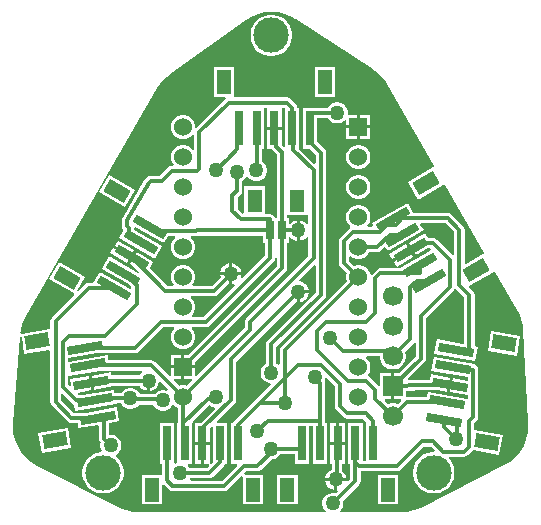
<source format=gbl>
G04*
G04 #@! TF.GenerationSoftware,Altium Limited,Altium Designer,21.6.4 (81)*
G04*
G04 Layer_Physical_Order=2*
G04 Layer_Color=16711680*
%FSLAX44Y44*%
%MOMM*%
G71*
G04*
G04 #@! TF.SameCoordinates,DF212875-D8BF-4E07-B13E-23ADC2DC1FEB*
G04*
G04*
G04 #@! TF.FilePolarity,Positive*
G04*
G01*
G75*
%ADD17R,0.7112X2.9972*%
%ADD23R,1.1938X2.0066*%
%ADD24C,0.3556*%
%ADD25C,1.5240*%
%ADD26R,1.5240X1.5240*%
%ADD27C,1.7000*%
%ADD28R,1.7000X1.7000*%
%ADD29C,3.0000*%
%ADD30C,1.2700*%
%ADD31C,0.3556*%
G04:AMPARAMS|DCode=32|XSize=0.7112mm|YSize=2.9972mm|CornerRadius=0mm|HoleSize=0mm|Usage=FLASHONLY|Rotation=240.000|XOffset=0mm|YOffset=0mm|HoleType=Round|Shape=Rectangle|*
%AMROTATEDRECTD32*
4,1,4,-1.1200,1.0573,1.4756,-0.4413,1.1200,-1.0573,-1.4756,0.4413,-1.1200,1.0573,0.0*
%
%ADD32ROTATEDRECTD32*%

G04:AMPARAMS|DCode=33|XSize=2.0066mm|YSize=1.1938mm|CornerRadius=0mm|HoleSize=0mm|Usage=FLASHONLY|Rotation=150.000|XOffset=0mm|YOffset=0mm|HoleType=Round|Shape=Rectangle|*
%AMROTATEDRECTD33*
4,1,4,1.1673,0.0153,0.5704,-1.0186,-1.1673,-0.0153,-0.5704,1.0186,1.1673,0.0153,0.0*
%
%ADD33ROTATEDRECTD33*%

G04:AMPARAMS|DCode=34|XSize=0.7112mm|YSize=2.9972mm|CornerRadius=0mm|HoleSize=0mm|Usage=FLASHONLY|Rotation=280.000|XOffset=0mm|YOffset=0mm|HoleType=Round|Shape=Rectangle|*
%AMROTATEDRECTD34*
4,1,4,-1.5376,0.0900,1.4141,0.6104,1.5376,-0.0900,-1.4141,-0.6104,-1.5376,0.0900,0.0*
%
%ADD34ROTATEDRECTD34*%

G04:AMPARAMS|DCode=35|XSize=2.0066mm|YSize=1.1938mm|CornerRadius=0mm|HoleSize=0mm|Usage=FLASHONLY|Rotation=190.000|XOffset=0mm|YOffset=0mm|HoleType=Round|Shape=Rectangle|*
%AMROTATEDRECTD35*
4,1,4,0.8844,0.7621,1.0917,-0.4136,-0.8844,-0.7621,-1.0917,0.4136,0.8844,0.7621,0.0*
%
%ADD35ROTATEDRECTD35*%

G04:AMPARAMS|DCode=36|XSize=2.0066mm|YSize=1.1938mm|CornerRadius=0mm|HoleSize=0mm|Usage=FLASHONLY|Rotation=30.000|XOffset=0mm|YOffset=0mm|HoleType=Round|Shape=Rectangle|*
%AMROTATEDRECTD36*
4,1,4,-0.5704,-1.0186,-1.1673,0.0153,0.5704,1.0186,1.1673,-0.0153,-0.5704,-1.0186,0.0*
%
%ADD36ROTATEDRECTD36*%

G04:AMPARAMS|DCode=37|XSize=0.7112mm|YSize=2.9972mm|CornerRadius=0mm|HoleSize=0mm|Usage=FLASHONLY|Rotation=120.000|XOffset=0mm|YOffset=0mm|HoleType=Round|Shape=Rectangle|*
%AMROTATEDRECTD37*
4,1,4,1.4756,0.4413,-1.1200,-1.0573,-1.4756,-0.4413,1.1200,1.0573,1.4756,0.4413,0.0*
%
%ADD37ROTATEDRECTD37*%

G04:AMPARAMS|DCode=38|XSize=0.7112mm|YSize=2.9972mm|CornerRadius=0mm|HoleSize=0mm|Usage=FLASHONLY|Rotation=80.000|XOffset=0mm|YOffset=0mm|HoleType=Round|Shape=Rectangle|*
%AMROTATEDRECTD38*
4,1,4,1.4141,-0.6104,-1.5376,-0.0900,-1.4141,0.6104,1.5376,0.0900,1.4141,-0.6104,0.0*
%
%ADD38ROTATEDRECTD38*%

G04:AMPARAMS|DCode=39|XSize=2.0066mm|YSize=1.1938mm|CornerRadius=0mm|HoleSize=0mm|Usage=FLASHONLY|Rotation=350.000|XOffset=0mm|YOffset=0mm|HoleType=Round|Shape=Rectangle|*
%AMROTATEDRECTD39*
4,1,4,-1.0917,-0.4136,-0.8844,0.7621,1.0917,0.4136,0.8844,-0.7621,-1.0917,-0.4136,0.0*
%
%ADD39ROTATEDRECTD39*%

%ADD40R,0.6604X1.5494*%
%ADD41R,1.2954X1.9050*%
G36*
X808553Y1539691D02*
X814257Y1538322D01*
X819677Y1536077D01*
X823031Y1534021D01*
X823031Y1534021D01*
X823031Y1534021D01*
X823117Y1534040D01*
X888540Y1491493D01*
X888540Y1491492D01*
X888506Y1491440D01*
X890154Y1490430D01*
X894615Y1486620D01*
X898425Y1482160D01*
X900467Y1478827D01*
X900522Y1478858D01*
X940525Y1409572D01*
X939717Y1408430D01*
X918149Y1395978D01*
X926658Y1381240D01*
X948226Y1393692D01*
X948436Y1393813D01*
X949618Y1393821D01*
X983024Y1335960D01*
X982217Y1334819D01*
X967401Y1326264D01*
X966301Y1326900D01*
Y1355598D01*
X965965Y1357283D01*
X965011Y1358711D01*
X955105Y1368617D01*
X953677Y1369572D01*
X951992Y1369907D01*
X922901D01*
X917880Y1378603D01*
X887524Y1361077D01*
X888537Y1359323D01*
X887902Y1358223D01*
X884167D01*
X883641Y1359493D01*
X884430Y1360282D01*
X885768Y1362598D01*
X886460Y1365182D01*
Y1367858D01*
X885768Y1370442D01*
X884430Y1372758D01*
X882538Y1374650D01*
X880222Y1375988D01*
X877638Y1376680D01*
X874962D01*
X872378Y1375988D01*
X870062Y1374650D01*
X868170Y1372758D01*
X866832Y1370442D01*
X866140Y1367858D01*
Y1365182D01*
X866832Y1362598D01*
X868170Y1360282D01*
X869542Y1358910D01*
X869500Y1357439D01*
X869419Y1357300D01*
X868869Y1356933D01*
X861249Y1349313D01*
X860294Y1347885D01*
X859959Y1346200D01*
Y1327658D01*
X860294Y1325973D01*
X861249Y1324545D01*
X866689Y1319105D01*
X866140Y1317058D01*
Y1314382D01*
X866689Y1312335D01*
X810957Y1256603D01*
X810003Y1255175D01*
X809667Y1253490D01*
Y1241781D01*
X808397Y1241255D01*
X807845Y1241808D01*
X806789Y1242418D01*
Y1256746D01*
X847663Y1297621D01*
X847663Y1297621D01*
X848617Y1299049D01*
X848953Y1300734D01*
X848953Y1300734D01*
Y1420650D01*
X848617Y1422335D01*
X847663Y1423763D01*
X841276Y1430150D01*
Y1450255D01*
X850543D01*
X851152Y1449199D01*
X852807Y1447544D01*
X854835Y1446374D01*
X857096Y1445768D01*
X859436D01*
X861697Y1446374D01*
X863725Y1447544D01*
X864870Y1448690D01*
X866140Y1448164D01*
Y1443990D01*
X875030D01*
Y1452880D01*
X867622D01*
X867156Y1453488D01*
Y1455828D01*
X866550Y1458089D01*
X865380Y1460117D01*
X863725Y1461772D01*
X861697Y1462942D01*
X859436Y1463548D01*
X857096D01*
X854835Y1462942D01*
X852807Y1461772D01*
X851152Y1460117D01*
X850543Y1459061D01*
X835180D01*
X834755Y1458976D01*
X829084D01*
Y1423924D01*
X835050D01*
X840147Y1418826D01*
Y1412027D01*
X838974Y1411541D01*
X826276Y1424239D01*
Y1458976D01*
X824582D01*
Y1459089D01*
X824247Y1460774D01*
X823293Y1462202D01*
X819088Y1466407D01*
X817660Y1467361D01*
X815975Y1467697D01*
X772376D01*
X771189Y1467897D01*
X771189Y1468967D01*
Y1493043D01*
X754171D01*
Y1467897D01*
X763657D01*
X764042Y1466627D01*
X763713Y1466407D01*
X739230Y1441924D01*
X737960Y1442450D01*
Y1444058D01*
X737268Y1446642D01*
X735930Y1448958D01*
X734038Y1450850D01*
X731721Y1452188D01*
X729137Y1452880D01*
X726462D01*
X723878Y1452188D01*
X721562Y1450850D01*
X719670Y1448958D01*
X718332Y1446642D01*
X717640Y1444058D01*
Y1441382D01*
X718332Y1438798D01*
X719670Y1436482D01*
X721562Y1434590D01*
X723878Y1433252D01*
X726462Y1432560D01*
X729137D01*
X731721Y1433252D01*
X734038Y1434590D01*
X735930Y1436482D01*
X736007Y1436616D01*
X737277Y1436275D01*
Y1423764D01*
X736007Y1423424D01*
X735930Y1423558D01*
X734038Y1425450D01*
X731721Y1426788D01*
X729137Y1427480D01*
X726462D01*
X723878Y1426788D01*
X721562Y1425450D01*
X719670Y1423558D01*
X718332Y1421242D01*
X717640Y1418658D01*
Y1415982D01*
X718332Y1413398D01*
X719670Y1411082D01*
X719794Y1410958D01*
X719308Y1409785D01*
X718312D01*
X716627Y1409449D01*
X715199Y1408495D01*
X715199Y1408495D01*
X708106Y1401403D01*
X700387D01*
X698702Y1401068D01*
X697273Y1400113D01*
X695495Y1398335D01*
X695175Y1397856D01*
X694796Y1397423D01*
X676643Y1365982D01*
X676550Y1365707D01*
X676388Y1365466D01*
X676276Y1364901D01*
X676091Y1364356D01*
X676110Y1364066D01*
X676053Y1363781D01*
Y1358559D01*
X676388Y1356874D01*
X677333Y1355460D01*
Y1354817D01*
X673804Y1348704D01*
X704160Y1331178D01*
X710256Y1341736D01*
X686559Y1355418D01*
X686139Y1355838D01*
Y1357279D01*
X686103Y1357457D01*
X687236Y1358269D01*
X711660Y1344168D01*
X715131Y1350179D01*
X720739D01*
X721221Y1348909D01*
X719670Y1347358D01*
X718332Y1345042D01*
X717640Y1342458D01*
Y1339782D01*
X718332Y1337198D01*
X719670Y1334882D01*
X721562Y1332990D01*
X723878Y1331652D01*
X726462Y1330960D01*
X729137D01*
X731721Y1331652D01*
X734038Y1332990D01*
X735930Y1334882D01*
X737268Y1337198D01*
X737960Y1339782D01*
Y1342458D01*
X737268Y1345042D01*
X735930Y1347358D01*
X734379Y1348909D01*
X734861Y1350179D01*
X739140D01*
X740825Y1350515D01*
X741084Y1350687D01*
X795528D01*
Y1344803D01*
X796967D01*
Y1333829D01*
X777942Y1314804D01*
X776804Y1315461D01*
X777213Y1316990D01*
X769620D01*
Y1309397D01*
X771149Y1309806D01*
X771806Y1308668D01*
X745161Y1282023D01*
X735667D01*
X735141Y1283293D01*
X735930Y1284082D01*
X737268Y1286398D01*
X737960Y1288982D01*
Y1291658D01*
X737268Y1294242D01*
X735930Y1296558D01*
X734379Y1298109D01*
X734861Y1299379D01*
X753872D01*
X755557Y1299715D01*
X756985Y1300669D01*
X766002Y1309686D01*
X767080Y1309397D01*
Y1316990D01*
X759487D01*
X759776Y1315912D01*
X752048Y1308185D01*
X736292D01*
X735806Y1309358D01*
X735930Y1309482D01*
X737268Y1311798D01*
X737960Y1314382D01*
Y1317058D01*
X737268Y1319642D01*
X735930Y1321958D01*
X734038Y1323850D01*
X731721Y1325188D01*
X729137Y1325880D01*
X726462D01*
X723878Y1325188D01*
X721562Y1323850D01*
X719670Y1321958D01*
X718332Y1319642D01*
X717640Y1317058D01*
Y1314382D01*
X718332Y1311798D01*
X719670Y1309482D01*
X719794Y1309358D01*
X719308Y1308185D01*
X714802D01*
X699639Y1323347D01*
X702756Y1328746D01*
X688678Y1336874D01*
X685630Y1331595D01*
X682582Y1326316D01*
X686453Y1324081D01*
X690685Y1319849D01*
X689912Y1318842D01*
X664900Y1333282D01*
X658804Y1322723D01*
X681812Y1309440D01*
X684198Y1307053D01*
X684125Y1306270D01*
X682859Y1305593D01*
X657400Y1320292D01*
X651835Y1310652D01*
X647881D01*
X647881Y1310652D01*
X646197Y1310317D01*
X644768Y1309362D01*
X638824Y1303418D01*
X637807Y1304198D01*
X644631Y1316016D01*
X622854Y1328589D01*
X614345Y1313851D01*
X635340Y1301730D01*
X635573Y1300167D01*
X616756Y1281350D01*
X615801Y1279921D01*
X615466Y1278237D01*
Y1272833D01*
X615402Y1271659D01*
X615402Y1271659D01*
X591401Y1267427D01*
X590205Y1268408D01*
X590332Y1270029D01*
X591702Y1275733D01*
X593947Y1281153D01*
X594969Y1282822D01*
X594969Y1282822D01*
X594946Y1282908D01*
X706093Y1475421D01*
X706093Y1475421D01*
X706148Y1475389D01*
X708191Y1478722D01*
X712001Y1483183D01*
X716461Y1486993D01*
X716551Y1487048D01*
X716694Y1487112D01*
X780963Y1533131D01*
X781013Y1533185D01*
X785732Y1536077D01*
X791152Y1538322D01*
X796856Y1539691D01*
X802704Y1540151D01*
X808553Y1539691D01*
D02*
G37*
G36*
X814084Y1426462D02*
X812910Y1425976D01*
X811361Y1427526D01*
Y1439672D01*
X811276Y1440097D01*
Y1440180D01*
X805180D01*
X799084D01*
Y1423924D01*
X802953D01*
X803845Y1422589D01*
X806967Y1419466D01*
Y1365377D01*
X805596D01*
X805437Y1366173D01*
X804483Y1367601D01*
X803055Y1368555D01*
X801370Y1368891D01*
X797387D01*
Y1392405D01*
X779353D01*
Y1369890D01*
X778083Y1369363D01*
X774023Y1373424D01*
Y1383144D01*
X776543Y1385665D01*
X777497Y1387093D01*
X777833Y1388778D01*
Y1396897D01*
X778889Y1397506D01*
X780544Y1399161D01*
X781329Y1400522D01*
X782795D01*
X782877Y1400381D01*
X784532Y1398726D01*
X786559Y1397555D01*
X788820Y1396950D01*
X791161D01*
X793422Y1397555D01*
X795449Y1398726D01*
X797104Y1400381D01*
X798275Y1402408D01*
X798880Y1404669D01*
Y1407010D01*
X798275Y1409271D01*
X797104Y1411298D01*
X795449Y1412953D01*
X794488Y1413508D01*
Y1423924D01*
X796276D01*
Y1458891D01*
X799084D01*
Y1442720D01*
X805180D01*
X811276D01*
Y1458891D01*
X814084D01*
Y1426462D01*
D02*
G37*
G36*
X833387Y1368275D02*
X834051Y1367280D01*
Y1360598D01*
X832781Y1360258D01*
X832614Y1360549D01*
X830959Y1362204D01*
X828931Y1363374D01*
X826770Y1363953D01*
Y1355090D01*
Y1346227D01*
X828931Y1346806D01*
X830959Y1347976D01*
X832614Y1349631D01*
X832781Y1349922D01*
X834051Y1349581D01*
Y1333292D01*
X781239Y1280479D01*
X780285Y1279051D01*
X779949Y1277366D01*
Y1272496D01*
X739133Y1231680D01*
X737960Y1232166D01*
Y1238250D01*
X729070D01*
Y1229360D01*
X735154D01*
X735640Y1228187D01*
X731185Y1223731D01*
X729137Y1224280D01*
X726462D01*
X724415Y1223731D01*
X719959Y1228187D01*
X720445Y1229360D01*
X726530D01*
Y1238250D01*
X717640D01*
Y1232166D01*
X716467Y1231680D01*
X704243Y1243903D01*
X702815Y1244857D01*
X701130Y1245193D01*
X664720D01*
X663901Y1249837D01*
X631340Y1244095D01*
X630367Y1244912D01*
Y1246775D01*
X655233Y1251160D01*
X687364D01*
X689049Y1251495D01*
X690477Y1252449D01*
X711246Y1273217D01*
X719933D01*
X720459Y1271947D01*
X719670Y1271158D01*
X718332Y1268842D01*
X717640Y1266258D01*
Y1263582D01*
X718332Y1260998D01*
X719670Y1258682D01*
X721562Y1256790D01*
X723878Y1255452D01*
X726462Y1254760D01*
X729137D01*
X731721Y1255452D01*
X734038Y1256790D01*
X735930Y1258682D01*
X737268Y1260998D01*
X737960Y1263582D01*
Y1266258D01*
X737268Y1268842D01*
X735930Y1271158D01*
X735141Y1271947D01*
X735667Y1273217D01*
X746984D01*
X748669Y1273552D01*
X750098Y1274507D01*
X804483Y1328892D01*
X804483Y1328892D01*
X805437Y1330321D01*
X805697Y1331627D01*
X806967Y1331502D01*
Y1324914D01*
X731734Y1249680D01*
X729070D01*
Y1240790D01*
X737960D01*
Y1243454D01*
X814483Y1319977D01*
X815437Y1321405D01*
X815773Y1323090D01*
Y1344803D01*
X817212D01*
Y1349125D01*
X818060Y1349491D01*
X818482Y1349536D01*
X820041Y1347976D01*
X822069Y1346806D01*
X824230Y1346227D01*
Y1355090D01*
Y1363953D01*
X822069Y1363374D01*
X820041Y1362204D01*
X818482Y1360644D01*
X818060Y1360689D01*
X817212Y1361055D01*
Y1365377D01*
X815773D01*
Y1368275D01*
X833387D01*
D02*
G37*
G36*
X957495Y1353774D02*
Y1334622D01*
X956225Y1334096D01*
X942913Y1347408D01*
X941485Y1348362D01*
X939800Y1348698D01*
X935146D01*
X932880Y1352622D01*
X918802Y1344494D01*
X921850Y1339215D01*
X924898Y1333936D01*
X935215Y1339892D01*
X937107D01*
X937518Y1339430D01*
X937266Y1337834D01*
X911869Y1323171D01*
X894842D01*
X893157Y1322836D01*
X891729Y1321881D01*
X887591Y1317743D01*
X886814Y1317795D01*
X886198Y1318034D01*
X885768Y1319642D01*
X884430Y1321958D01*
X882538Y1323850D01*
X880222Y1325188D01*
X877638Y1325880D01*
X874962D01*
X872915Y1325331D01*
X868765Y1329482D01*
Y1332628D01*
X869938Y1333114D01*
X870062Y1332990D01*
X872378Y1331652D01*
X874962Y1330960D01*
X877638D01*
X880222Y1331652D01*
X882538Y1332990D01*
X884430Y1334882D01*
X885490Y1336717D01*
X892302D01*
X893987Y1337052D01*
X895415Y1338007D01*
X898119Y1340711D01*
X899378Y1340545D01*
X901120Y1337528D01*
X931476Y1355054D01*
X928620Y1360002D01*
X929255Y1361101D01*
X950168D01*
X957495Y1353774D01*
D02*
G37*
G36*
X840147Y1325276D02*
Y1302558D01*
X799273Y1261683D01*
X798318Y1260255D01*
X797983Y1258570D01*
Y1242418D01*
X796927Y1241808D01*
X795272Y1240153D01*
X794102Y1238125D01*
X793496Y1235864D01*
Y1233524D01*
X794102Y1231263D01*
X795272Y1229235D01*
X796927Y1227580D01*
X798955Y1226410D01*
X801216Y1225804D01*
X801682D01*
X802168Y1224631D01*
X789944Y1212407D01*
X771107Y1193570D01*
X770242Y1192276D01*
X768124D01*
Y1157224D01*
X773164D01*
X773651Y1156051D01*
X760938Y1143339D01*
X734246D01*
X733537Y1144609D01*
X733901Y1145201D01*
X749949D01*
X751634Y1145536D01*
X753062Y1146491D01*
X762333Y1155762D01*
X763287Y1157190D01*
X763294Y1157224D01*
X765316D01*
Y1192276D01*
X756932D01*
X756445Y1193449D01*
X771463Y1208467D01*
X772418Y1209895D01*
X772753Y1211580D01*
Y1244046D01*
X823152Y1294446D01*
X824230Y1294157D01*
Y1303020D01*
X825500D01*
Y1304290D01*
X834363D01*
X833784Y1306451D01*
X832614Y1308479D01*
X830959Y1310134D01*
X828931Y1311304D01*
X826866Y1311858D01*
X826250Y1313038D01*
X838974Y1325762D01*
X840147Y1325276D01*
D02*
G37*
G36*
X1010901Y1287676D02*
X1010878Y1287590D01*
X1010878Y1287590D01*
X1011900Y1285921D01*
X1014145Y1280501D01*
X1015515Y1274797D01*
X1015820Y1270924D01*
X1015883Y1270927D01*
X1020024Y1192910D01*
X1020027Y1191638D01*
X1020027D01*
X1020182Y1189663D01*
X1019722Y1183815D01*
X1018353Y1178110D01*
X1016108Y1172691D01*
X1013043Y1167689D01*
X1009233Y1163228D01*
X1004772Y1159418D01*
X999876Y1156418D01*
X999730Y1156377D01*
X928963Y1120377D01*
X928856Y1120293D01*
X923583Y1118109D01*
X917879Y1116739D01*
X912173Y1116290D01*
X912031Y1116319D01*
X861447D01*
X860921Y1117589D01*
X861824Y1118491D01*
X862994Y1120519D01*
X863600Y1122780D01*
Y1125120D01*
X863284Y1126298D01*
X876873Y1139887D01*
X877828Y1141315D01*
X878163Y1143000D01*
Y1151043D01*
X908812D01*
X910497Y1151378D01*
X911925Y1152333D01*
X931718Y1172125D01*
X937823D01*
X941139Y1168810D01*
X940613Y1167540D01*
X938273D01*
X934884Y1166866D01*
X931692Y1165544D01*
X928819Y1163624D01*
X926376Y1161181D01*
X924456Y1158308D01*
X923134Y1155117D01*
X922460Y1151728D01*
Y1148273D01*
X923134Y1144884D01*
X924456Y1141692D01*
X926376Y1138819D01*
X928819Y1136376D01*
X931692Y1134456D01*
X934884Y1133134D01*
X938273Y1132460D01*
X941728D01*
X945116Y1133134D01*
X948308Y1134456D01*
X951181Y1136376D01*
X953624Y1138819D01*
X955544Y1141692D01*
X956866Y1144884D01*
X957540Y1148273D01*
Y1151728D01*
X956866Y1155117D01*
X955544Y1158308D01*
X953624Y1161181D01*
X952508Y1162297D01*
X952994Y1163471D01*
X965936D01*
X967621Y1163806D01*
X969049Y1164760D01*
X972751Y1168462D01*
X972751Y1168462D01*
X973155Y1169066D01*
X995721Y1165087D01*
X998677Y1181847D01*
X974041Y1186191D01*
Y1191588D01*
X976695Y1194243D01*
X977650Y1195671D01*
X977985Y1197356D01*
Y1237067D01*
X977650Y1238752D01*
X976695Y1240181D01*
X975267Y1241135D01*
X974563Y1241275D01*
X974693Y1242012D01*
X940173Y1248099D01*
X938056Y1236092D01*
X969179Y1230604D01*
Y1228741D01*
X968206Y1227924D01*
X956079Y1230063D01*
X955021Y1224060D01*
X953962Y1218056D01*
X969179Y1215373D01*
Y1213509D01*
X968206Y1212693D01*
X934964Y1218555D01*
X934145Y1213910D01*
X917408D01*
X916550Y1214614D01*
Y1219154D01*
X931020Y1219877D01*
X943633D01*
X951461Y1218497D01*
X952519Y1224501D01*
X953578Y1230504D01*
X937569Y1233327D01*
X936750Y1228683D01*
X930910D01*
X930801Y1228661D01*
X930690Y1228677D01*
X918468Y1228066D01*
X917953Y1229227D01*
X932245Y1243519D01*
X933199Y1244947D01*
X933535Y1246632D01*
X933535Y1246632D01*
Y1280876D01*
X956883Y1304225D01*
X957579Y1305267D01*
X957967Y1305422D01*
X958752Y1305500D01*
X959091Y1305443D01*
X965877Y1298656D01*
Y1259786D01*
X964904Y1258969D01*
X942778Y1262871D01*
X940661Y1250864D01*
X975180Y1244778D01*
X977297Y1256784D01*
X974683Y1257245D01*
Y1300480D01*
X974348Y1302165D01*
X973393Y1303593D01*
X973393Y1303593D01*
X970022Y1306964D01*
X970188Y1308223D01*
X990935Y1320202D01*
X992118Y1320209D01*
X1010901Y1287676D01*
D02*
G37*
G36*
X924729Y1259800D02*
Y1248456D01*
X910324Y1234050D01*
X906780D01*
Y1223010D01*
Y1211970D01*
X911984D01*
X912470Y1210797D01*
X909614Y1207940D01*
X906963Y1208650D01*
X904057D01*
X901406Y1207940D01*
X898549Y1210797D01*
X899035Y1211970D01*
X904240D01*
Y1223010D01*
Y1234050D01*
X894470D01*
Y1223784D01*
X893200Y1223258D01*
X885763Y1230695D01*
X884490Y1231546D01*
X884054Y1232576D01*
X883977Y1232829D01*
X884430Y1233282D01*
X885768Y1235598D01*
X886460Y1238182D01*
Y1240858D01*
X885768Y1243442D01*
X884430Y1245758D01*
X882879Y1247309D01*
X883361Y1248579D01*
X894470D01*
Y1246957D01*
X895222Y1244149D01*
X896676Y1241631D01*
X898731Y1239576D01*
X901249Y1238122D01*
X904057Y1237370D01*
X906963D01*
X909771Y1238122D01*
X912289Y1239576D01*
X914344Y1241631D01*
X915798Y1244149D01*
X916550Y1246957D01*
Y1249863D01*
X915840Y1252514D01*
X923355Y1260029D01*
X923459Y1260185D01*
X924729Y1259800D01*
D02*
G37*
G36*
X693297Y1235117D02*
X693295Y1235116D01*
X691640Y1233461D01*
X691031Y1232405D01*
X666975D01*
X666506Y1235065D01*
X650497Y1232242D01*
X651556Y1226238D01*
X652614Y1220235D01*
X668623Y1223058D01*
Y1223058D01*
X669078Y1223600D01*
X691031D01*
X691640Y1222544D01*
X693295Y1220889D01*
X695323Y1219718D01*
X697484Y1219139D01*
Y1228003D01*
X700024D01*
Y1219139D01*
X702185Y1219718D01*
X704213Y1220889D01*
X705868Y1222544D01*
X707038Y1224571D01*
X707522Y1226376D01*
X708822Y1226871D01*
X715198Y1220496D01*
X714418Y1219479D01*
X714331Y1219530D01*
X712070Y1220136D01*
X709729D01*
X707468Y1219530D01*
X705441Y1218360D01*
X703785Y1216704D01*
X703639Y1216450D01*
X691447D01*
X690374Y1218309D01*
X688719Y1219964D01*
X686691Y1221134D01*
X684430Y1221740D01*
X682090D01*
X679829Y1221134D01*
X677801Y1219964D01*
X676146Y1218309D01*
X675646Y1217443D01*
X669613D01*
X669111Y1220293D01*
X642772Y1215648D01*
X639444D01*
X638491Y1216601D01*
X638873Y1217812D01*
X650113Y1219794D01*
X649054Y1225797D01*
X647996Y1231801D01*
X631987Y1228978D01*
X632877Y1223928D01*
X631751Y1223342D01*
X630367Y1224725D01*
Y1231644D01*
X631499Y1231743D01*
Y1231743D01*
X657837Y1236387D01*
X692957D01*
X693297Y1235117D01*
D02*
G37*
G36*
X750191Y1207006D02*
X752219Y1205836D01*
X754084Y1205336D01*
X754607Y1204063D01*
X742885Y1192341D01*
X742841Y1192276D01*
X738124D01*
Y1176020D01*
X750316D01*
Y1176103D01*
X750401Y1176528D01*
Y1187404D01*
X751950Y1188954D01*
X753124Y1188468D01*
Y1159005D01*
X751586Y1157467D01*
X750316Y1157993D01*
Y1173480D01*
X745490D01*
Y1157224D01*
X749547D01*
X750072Y1155954D01*
X748125Y1154007D01*
X733148D01*
X732538Y1155063D01*
X731646Y1155954D01*
X732172Y1157224D01*
X735316D01*
Y1192276D01*
X735316Y1192276D01*
X735316D01*
X735944Y1193267D01*
X749937Y1207261D01*
X750191Y1207006D01*
D02*
G37*
G36*
X593593Y1250533D02*
X614493Y1254219D01*
X615466Y1253402D01*
Y1209947D01*
X615801Y1208262D01*
X616756Y1206834D01*
X630229Y1193361D01*
X631658Y1192406D01*
X633342Y1192071D01*
X638494D01*
X639313Y1187427D01*
X655787Y1190331D01*
X656759Y1189515D01*
Y1178814D01*
X657094Y1177129D01*
X658049Y1175701D01*
X658176Y1175574D01*
X657860Y1174396D01*
Y1172056D01*
X658466Y1169795D01*
X659034Y1168810D01*
X658301Y1167540D01*
X658273D01*
X654884Y1166866D01*
X651692Y1165544D01*
X648819Y1163624D01*
X646376Y1161181D01*
X644456Y1158308D01*
X643134Y1155117D01*
X642460Y1151728D01*
Y1148273D01*
X643134Y1144884D01*
X644456Y1141692D01*
X646376Y1138819D01*
X648819Y1136376D01*
X651692Y1134456D01*
X654884Y1133134D01*
X658273Y1132460D01*
X661728D01*
X665116Y1133134D01*
X668308Y1134456D01*
X671181Y1136376D01*
X673624Y1138819D01*
X675544Y1141692D01*
X676866Y1144884D01*
X677540Y1148273D01*
Y1151728D01*
X676866Y1155117D01*
X675544Y1158308D01*
X673624Y1161181D01*
X671181Y1163624D01*
X670837Y1163854D01*
X670886Y1165349D01*
X672209Y1166112D01*
X673864Y1167767D01*
X675034Y1169795D01*
X675640Y1172056D01*
Y1174396D01*
X675034Y1176657D01*
X673864Y1178685D01*
X672209Y1180340D01*
X670181Y1181510D01*
X667920Y1182116D01*
X665580D01*
X665565Y1182128D01*
Y1192056D01*
X673833Y1193514D01*
X671716Y1205520D01*
X645377Y1200876D01*
X635166D01*
X624271Y1211771D01*
Y1216709D01*
X625445Y1217195D01*
X634507Y1208133D01*
X635816Y1207258D01*
X636708Y1202199D01*
X671228Y1208286D01*
Y1208286D01*
X671523Y1208638D01*
X675427D01*
X676146Y1207391D01*
X677801Y1205736D01*
X679829Y1204566D01*
X682090Y1203960D01*
X684430D01*
X686691Y1204566D01*
X688719Y1205736D01*
X690374Y1207391D01*
X690520Y1207645D01*
X702713D01*
X703785Y1205787D01*
X705441Y1204132D01*
X707468Y1202962D01*
X709729Y1202356D01*
X712070D01*
X714331Y1202962D01*
X716358Y1204132D01*
X718013Y1205787D01*
X718743Y1207052D01*
X720294Y1207258D01*
X721562Y1205990D01*
X723397Y1204930D01*
Y1198372D01*
X723423Y1198241D01*
X723405Y1198108D01*
X723718Y1192907D01*
X723124Y1192276D01*
X723124D01*
Y1158191D01*
X721993Y1157888D01*
X721586Y1157654D01*
X720316Y1158387D01*
Y1192276D01*
X708124D01*
Y1157224D01*
X709818D01*
Y1148303D01*
X693211D01*
Y1123157D01*
X710229D01*
Y1139395D01*
X711499Y1139921D01*
X715597Y1135823D01*
X717025Y1134868D01*
X718710Y1134533D01*
X762762D01*
X764447Y1134868D01*
X765875Y1135823D01*
X777038Y1146985D01*
X778211Y1146499D01*
Y1123157D01*
X795229D01*
Y1148303D01*
X780015D01*
X779529Y1149476D01*
X781096Y1151043D01*
X790702D01*
X792387Y1151378D01*
X793815Y1152333D01*
X802770Y1161288D01*
X803556D01*
X805817Y1161894D01*
X807845Y1163064D01*
X809500Y1164719D01*
X810109Y1165775D01*
X822664D01*
Y1157224D01*
X834856D01*
Y1189651D01*
X837664D01*
Y1157224D01*
X849856D01*
Y1192276D01*
X848163D01*
Y1226086D01*
X847828Y1227771D01*
X847703Y1227957D01*
X848106Y1229460D01*
Y1229856D01*
X849279Y1230342D01*
X856115Y1223507D01*
Y1206500D01*
X856450Y1204815D01*
X857404Y1203387D01*
X863754Y1197037D01*
X865183Y1196083D01*
X866868Y1195747D01*
X880587D01*
X883073Y1193262D01*
X882664Y1192276D01*
X882664D01*
Y1159849D01*
X879856D01*
Y1192276D01*
X867664D01*
Y1157224D01*
X869357D01*
Y1144824D01*
X867252Y1142718D01*
X866794Y1143000D01*
X858520D01*
Y1134726D01*
X858802Y1134268D01*
X857058Y1132524D01*
X855880Y1132840D01*
X853540D01*
X851279Y1132234D01*
X849251Y1131064D01*
X847596Y1129409D01*
X846426Y1127381D01*
X845820Y1125120D01*
Y1122780D01*
X846426Y1120519D01*
X847596Y1118491D01*
X848499Y1117589D01*
X847973Y1116319D01*
X691209D01*
X691067Y1116290D01*
X685361Y1116739D01*
X679657Y1118109D01*
X674384Y1120293D01*
X674277Y1120378D01*
X604231Y1156010D01*
X604086Y1156050D01*
X599189Y1159051D01*
X594729Y1162861D01*
X590919Y1167322D01*
X587854Y1172324D01*
X585608Y1177744D01*
X584239Y1183448D01*
X583779Y1189296D01*
X584017Y1192318D01*
X583941Y1192325D01*
X583941Y1192325D01*
X589822Y1264606D01*
X591101Y1264666D01*
X593593Y1250533D01*
D02*
G37*
%LPC*%
G36*
X804368Y1537730D02*
X800912D01*
X797524Y1537056D01*
X794332Y1535734D01*
X791459Y1533814D01*
X789016Y1531371D01*
X787096Y1528498D01*
X785774Y1525306D01*
X785100Y1521918D01*
Y1518463D01*
X785774Y1515074D01*
X787096Y1511882D01*
X789016Y1509009D01*
X791459Y1506566D01*
X794332Y1504646D01*
X797524Y1503324D01*
X800912Y1502650D01*
X804368D01*
X807756Y1503324D01*
X810948Y1504646D01*
X813821Y1506566D01*
X816264Y1509009D01*
X818184Y1511882D01*
X819506Y1515074D01*
X820180Y1518463D01*
Y1521918D01*
X819506Y1525306D01*
X818184Y1528498D01*
X816264Y1531371D01*
X813821Y1533814D01*
X810948Y1535734D01*
X807756Y1537056D01*
X804368Y1537730D01*
D02*
G37*
G36*
X856189Y1493043D02*
X839171D01*
Y1467897D01*
X856189D01*
Y1493043D01*
D02*
G37*
G36*
X886460Y1452880D02*
X877570D01*
Y1443990D01*
X886460D01*
Y1452880D01*
D02*
G37*
G36*
Y1441450D02*
X877570D01*
Y1432560D01*
X886460D01*
Y1441450D01*
D02*
G37*
G36*
X875030D02*
X866140D01*
Y1432560D01*
X875030D01*
Y1441450D01*
D02*
G37*
G36*
X877638Y1427480D02*
X874962D01*
X872378Y1426788D01*
X870062Y1425450D01*
X868170Y1423558D01*
X866832Y1421242D01*
X866140Y1418658D01*
Y1415982D01*
X866832Y1413398D01*
X868170Y1411082D01*
X870062Y1409190D01*
X872378Y1407852D01*
X874962Y1407160D01*
X877638D01*
X880222Y1407852D01*
X882538Y1409190D01*
X884430Y1411082D01*
X885768Y1413398D01*
X886460Y1415982D01*
Y1418658D01*
X885768Y1421242D01*
X884430Y1423558D01*
X882538Y1425450D01*
X880222Y1426788D01*
X877638Y1427480D01*
D02*
G37*
G36*
Y1402080D02*
X874962D01*
X872378Y1401388D01*
X870062Y1400050D01*
X868170Y1398158D01*
X866832Y1395842D01*
X866140Y1393258D01*
Y1390582D01*
X866832Y1387998D01*
X868170Y1385682D01*
X870062Y1383790D01*
X872378Y1382452D01*
X874962Y1381760D01*
X877638D01*
X880222Y1382452D01*
X882538Y1383790D01*
X884430Y1385682D01*
X885768Y1387998D01*
X886460Y1390582D01*
Y1393258D01*
X885768Y1395842D01*
X884430Y1398158D01*
X882538Y1400050D01*
X880222Y1401388D01*
X877638Y1402080D01*
D02*
G37*
G36*
X665354Y1402201D02*
X656845Y1387463D01*
X678622Y1374890D01*
X687131Y1389628D01*
X665354Y1402201D01*
D02*
G37*
G36*
X672400Y1346272D02*
X669987Y1342093D01*
X684065Y1333965D01*
X686478Y1338144D01*
X672400Y1346272D01*
D02*
G37*
G36*
X668717Y1339893D02*
X666304Y1335714D01*
X680382Y1327586D01*
X682795Y1331765D01*
X668717Y1339893D01*
D02*
G37*
G36*
X769620Y1327123D02*
Y1319530D01*
X777213D01*
X776634Y1321691D01*
X775464Y1323719D01*
X773809Y1325374D01*
X771781Y1326544D01*
X769620Y1327123D01*
D02*
G37*
G36*
X767080D02*
X764919Y1326544D01*
X762891Y1325374D01*
X761236Y1323719D01*
X760066Y1321691D01*
X759487Y1319530D01*
X767080D01*
Y1327123D01*
D02*
G37*
G36*
X726530Y1249680D02*
X717640D01*
Y1240790D01*
X726530D01*
Y1249680D01*
D02*
G37*
G36*
X916602Y1343224D02*
X902524Y1335096D01*
X904937Y1330917D01*
X919015Y1339045D01*
X916602Y1343224D01*
D02*
G37*
G36*
X920285Y1336845D02*
X906207Y1328717D01*
X908620Y1324538D01*
X922698Y1332666D01*
X920285Y1336845D01*
D02*
G37*
G36*
X834363Y1301750D02*
X826770D01*
Y1294157D01*
X828931Y1294736D01*
X830959Y1295906D01*
X832614Y1297561D01*
X833784Y1299589D01*
X834363Y1301750D01*
D02*
G37*
G36*
X988672Y1269921D02*
X985717Y1253162D01*
X1010481Y1248795D01*
X1013436Y1265555D01*
X988672Y1269921D01*
D02*
G37*
G36*
X909769Y1148303D02*
X892751D01*
Y1123157D01*
X909769D01*
Y1148303D01*
D02*
G37*
G36*
X742950Y1173480D02*
X738124D01*
Y1157224D01*
X742950D01*
Y1173480D01*
D02*
G37*
G36*
X864856Y1192276D02*
X860030D01*
Y1176020D01*
X864856D01*
Y1192276D01*
D02*
G37*
G36*
X857490D02*
X852664D01*
Y1176020D01*
X857490D01*
Y1192276D01*
D02*
G37*
G36*
X630162Y1187951D02*
X605398Y1183585D01*
X608353Y1166825D01*
X633117Y1171192D01*
X630162Y1187951D01*
D02*
G37*
G36*
X864856Y1173480D02*
X852664D01*
Y1157224D01*
X853603D01*
Y1152429D01*
X851791Y1151384D01*
X850136Y1149729D01*
X848966Y1147701D01*
X848387Y1145540D01*
X866113D01*
X865534Y1147701D01*
X864364Y1149729D01*
X862709Y1151384D01*
X862408Y1151557D01*
Y1157224D01*
X864856D01*
Y1173480D01*
D02*
G37*
G36*
X855980Y1143000D02*
X848387D01*
X848966Y1140839D01*
X850136Y1138811D01*
X851791Y1137156D01*
X853819Y1135986D01*
X855980Y1135407D01*
Y1143000D01*
D02*
G37*
G36*
X824769Y1148303D02*
X807751D01*
Y1123157D01*
X824769D01*
Y1148303D01*
D02*
G37*
%LPD*%
D17*
X835180Y1441450D02*
D03*
X820180D02*
D03*
X805180D02*
D03*
X790180D02*
D03*
X775180D02*
D03*
X774220Y1174750D02*
D03*
X759220D02*
D03*
X744220D02*
D03*
X729220D02*
D03*
X714220D02*
D03*
X888760D02*
D03*
X873760D02*
D03*
X858760D02*
D03*
X843760D02*
D03*
X828760D02*
D03*
D23*
X847680Y1480470D02*
D03*
X762680D02*
D03*
X786720Y1135730D02*
D03*
X701720D02*
D03*
X901260D02*
D03*
X816260D02*
D03*
D24*
X911358Y1362970D02*
Y1365504D01*
X900430Y1359662D02*
X908050D01*
X911358Y1362970D01*
X970280Y1253824D02*
Y1300480D01*
X661162Y1178814D02*
Y1196474D01*
X894842Y1318768D02*
X928250D01*
X741680Y1407465D02*
Y1438148D01*
X718312Y1405382D02*
X739597D01*
X741680Y1438148D02*
X766826Y1463294D01*
X739597Y1405382D02*
X741680Y1407465D01*
X773915Y1440185D02*
X775180Y1441450D01*
X773915Y1423742D02*
Y1440185D01*
X766140Y1415967D02*
X773915Y1423742D01*
X766140Y1415898D02*
Y1415967D01*
X756132Y1405890D02*
X766140Y1415898D01*
X773430Y1388778D02*
Y1404620D01*
X769620Y1384968D02*
X773430Y1388778D01*
X769620Y1371600D02*
Y1384968D01*
X789990Y1405840D02*
X790085Y1405934D01*
Y1441355D01*
X790180Y1441450D01*
X806958Y1425702D02*
Y1439672D01*
X811370Y1355090D02*
Y1421290D01*
X806958Y1425702D02*
X811370Y1421290D01*
X805180Y1441450D02*
X806958Y1439672D01*
X835180Y1430020D02*
X844550Y1420650D01*
X835180Y1430020D02*
Y1454658D01*
X844550Y1300734D02*
Y1420650D01*
X820996Y1423293D02*
X838454Y1405835D01*
Y1331468D02*
Y1405835D01*
X820996Y1423293D02*
Y1440634D01*
X820180Y1441450D02*
X820996Y1440634D01*
X820180Y1441450D02*
Y1459089D01*
X709930Y1397000D02*
X718312Y1405382D01*
X698608Y1395222D02*
X700387Y1397000D01*
X680456Y1363781D02*
X698608Y1395222D01*
X700387Y1397000D02*
X709930D01*
X680456Y1358559D02*
Y1363781D01*
X681736Y1354015D02*
Y1357279D01*
X680456Y1358559D02*
X681736Y1357279D01*
X690531Y1345220D02*
X692030D01*
X681736Y1354015D02*
X690531Y1345220D01*
X679884Y1317594D02*
X679884Y1317594D01*
X684114Y1313364D02*
X688911Y1308567D01*
X678239Y1319239D02*
X679884Y1317594D01*
X677030Y1319239D02*
X678239D01*
X688911Y1292669D02*
Y1308567D01*
X684260Y1313509D02*
X684665Y1314021D01*
X683260Y1212850D02*
X684062Y1212048D01*
X683070Y1213040D02*
X683260Y1212850D01*
X680488Y1318198D02*
X684665Y1314021D01*
X661924Y1265682D02*
X688911Y1292669D01*
X645096Y1255562D02*
X687364D01*
X650305Y1226018D02*
X661561Y1228003D01*
X698754D01*
X647700Y1240790D02*
X701130D01*
X727800Y1214120D01*
X687364Y1255562D02*
X709422Y1277620D01*
X710097Y1212048D02*
X710899Y1211246D01*
X684062Y1212048D02*
X710097D01*
X654704Y1213040D02*
X683070D01*
X652909Y1211246D02*
X654704Y1213040D01*
X637620Y1211246D02*
X652909D01*
X753900Y1212370D02*
X755650Y1214120D01*
X748820Y1212370D02*
X753900D01*
X728198Y1191748D02*
X748820Y1212370D01*
X728058Y1194072D02*
X728198Y1191748D01*
X729220Y1174750D01*
X745998Y1189228D02*
X768350Y1211580D01*
X744220Y1174750D02*
X745998Y1176528D01*
Y1189228D01*
X768350Y1211580D02*
Y1245870D01*
X825500Y1303020D01*
X727800Y1198372D02*
Y1214120D01*
X784352Y1270672D01*
Y1277366D01*
X727800Y1198372D02*
X728058Y1194072D01*
X753872Y1303782D02*
X768350Y1318260D01*
X755650Y1405890D02*
X756132D01*
X858005Y1173995D02*
X858760Y1174750D01*
X857250Y1144270D02*
X858005Y1145025D01*
Y1173995D01*
X854710Y1123950D02*
X873760Y1143000D01*
Y1158875D01*
X712978Y1303782D02*
X753872D01*
X911358Y1365504D02*
X951992D01*
X907384D02*
X911358D01*
X906693D02*
X907384D01*
X911358D02*
Y1367798D01*
X907384Y1365504D02*
X911358Y1367798D01*
X905750Y1364561D02*
X907384Y1365504D01*
X814070Y1230307D02*
Y1253490D01*
Y1209294D02*
Y1230307D01*
X825061Y1241298D01*
X793057Y1209294D02*
X814070Y1230307D01*
X774220Y1190457D02*
X793057Y1209294D01*
X843760Y1192530D02*
Y1226086D01*
X948690Y1188720D02*
Y1194736D01*
X959866Y1179576D02*
Y1194736D01*
X948690D02*
X959866D01*
X948560D02*
X948690D01*
X835180Y1454658D02*
X858266D01*
X776732Y1364488D02*
X801370D01*
X805434Y1170178D02*
X828760D01*
X802386D02*
X805434D01*
X790702Y1155446D02*
X805434Y1170178D01*
X930910Y1224280D02*
X953770D01*
X905510Y1223010D02*
X930910Y1224280D01*
X727800Y1239520D02*
X811370Y1323090D01*
Y1355090D01*
X814070Y1253490D02*
X876300Y1315720D01*
X793057Y1209294D02*
X814070D01*
X774220Y1174750D02*
Y1190457D01*
X888760Y1174750D02*
Y1193800D01*
X882410Y1200150D02*
X888760Y1193800D01*
X866868Y1200150D02*
X882410D01*
X860518Y1206500D02*
X866868Y1200150D01*
X860518Y1206500D02*
Y1225331D01*
X844550Y1241298D02*
X860518Y1225331D01*
X825061Y1241298D02*
X844550D01*
X902753Y1351571D02*
X913250D01*
X892302Y1341120D02*
X902753Y1351571D01*
X876300Y1341120D02*
X892302D01*
X631172Y1265682D02*
X661924D01*
X625965Y1260475D02*
X631172Y1265682D01*
X625965Y1222901D02*
Y1260475D01*
Y1222901D02*
X637620Y1211246D01*
X759220Y1158875D02*
Y1174750D01*
X749949Y1149604D02*
X759220Y1158875D01*
X725424Y1149604D02*
X749949D01*
X843760Y1174750D02*
Y1192530D01*
X842236Y1194054D02*
X843760Y1192530D01*
X799592Y1194054D02*
X842236D01*
X790448Y1184910D02*
X799592Y1194054D01*
X828760Y1170178D02*
Y1174750D01*
X802386Y1258570D02*
X844550Y1300734D01*
X802386Y1234694D02*
Y1258570D01*
X739648Y1355090D02*
X801370D01*
X739140Y1354582D02*
X739648Y1355090D01*
X704088Y1354582D02*
X739140D01*
X700459Y1358211D02*
X704088Y1354582D01*
X699530Y1358211D02*
X700459D01*
X779272Y1155446D02*
X790702D01*
X762762Y1138936D02*
X779272Y1155446D01*
X718710Y1138936D02*
X762762D01*
X714220Y1143426D02*
X718710Y1138936D01*
X714220Y1143426D02*
Y1174750D01*
X655515Y1196474D02*
X661162D01*
Y1178814D02*
X666750Y1173226D01*
X948690Y1188720D02*
X958850Y1178560D01*
X769620Y1371600D02*
X776732Y1364488D01*
X801370Y1355090D02*
Y1364488D01*
X815975Y1463294D02*
X820180Y1459089D01*
X766826Y1463294D02*
X815975D01*
X852297Y1264285D02*
X863600Y1252982D01*
X900938D01*
X905510Y1248410D01*
X801370Y1332005D02*
Y1355090D01*
X746984Y1277620D02*
X801370Y1332005D01*
X709422Y1277620D02*
X746984D01*
X784352Y1277366D02*
X838454Y1331468D01*
X958979Y1253824D02*
X970280D01*
X961898Y1308862D02*
X970280Y1300480D01*
X961898Y1308862D02*
Y1355598D01*
X951992Y1365504D02*
X961898Y1355598D01*
X905750Y1364561D02*
X906693Y1365504D01*
X684530Y1332230D02*
X712978Y1303782D01*
X956375Y1239052D02*
X967631Y1237067D01*
X973582D01*
Y1197356D02*
Y1237067D01*
X969638Y1193412D02*
X973582Y1197356D01*
X969638Y1171575D02*
Y1193412D01*
X965936Y1167873D02*
X969638Y1171575D01*
X948302Y1167873D02*
X965936D01*
X939647Y1176528D02*
X948302Y1167873D01*
X929894Y1176528D02*
X939647D01*
X908812Y1155446D02*
X929894Y1176528D01*
X877189Y1155446D02*
X908812D01*
X873760Y1158875D02*
X877189Y1155446D01*
X873760Y1158875D02*
Y1174750D01*
X958850Y1178560D02*
X959866Y1179576D01*
X925757Y1312599D02*
X935750D01*
X920242Y1307084D02*
X925757Y1312599D01*
X920242Y1263142D02*
Y1307084D01*
X905510Y1248410D02*
X920242Y1263142D01*
X928250Y1318768D02*
Y1325589D01*
X890524Y1314450D02*
X894842Y1318768D01*
X890524Y1285494D02*
Y1314450D01*
X882650Y1277620D02*
X890524Y1285494D01*
X849249Y1277620D02*
X882650D01*
X841629Y1270000D02*
X849249Y1277620D01*
X841629Y1253617D02*
Y1270000D01*
Y1253617D02*
X867664Y1227582D01*
X882650D01*
X890524Y1219708D01*
Y1212596D02*
Y1219708D01*
Y1212596D02*
X905510Y1197610D01*
X647881Y1306249D02*
X669530D01*
X619869Y1278237D02*
X647881Y1306249D01*
X619869Y1209947D02*
Y1278237D01*
Y1209947D02*
X633342Y1196474D01*
X655515D01*
X839216Y1230630D02*
X843760Y1226086D01*
X811370Y1355090D02*
X825500D01*
X905510Y1197610D02*
X917408Y1209508D01*
X951165D01*
X894588Y1353820D02*
X900430Y1359662D01*
X871982Y1353820D02*
X894588D01*
X864362Y1346200D02*
X871982Y1353820D01*
X864362Y1327658D02*
Y1346200D01*
Y1327658D02*
X876300Y1315720D01*
X920750Y1338580D02*
X930649Y1344295D01*
X939800D01*
X953770Y1330325D01*
Y1307338D02*
Y1330325D01*
X929132Y1282700D02*
X953770Y1307338D01*
X929132Y1246632D02*
Y1282700D01*
X905510Y1223010D02*
X929132Y1246632D01*
D25*
X727800Y1214120D02*
D03*
Y1264920D02*
D03*
Y1290320D02*
D03*
Y1315720D02*
D03*
X876300Y1417320D02*
D03*
Y1391920D02*
D03*
Y1366520D02*
D03*
Y1341120D02*
D03*
Y1315720D02*
D03*
Y1290320D02*
D03*
Y1264920D02*
D03*
Y1239520D02*
D03*
Y1214120D02*
D03*
X727800Y1442720D02*
D03*
Y1417320D02*
D03*
Y1391920D02*
D03*
Y1366520D02*
D03*
Y1341120D02*
D03*
D26*
Y1239520D02*
D03*
X876300Y1442720D02*
D03*
D27*
X905510Y1299210D02*
D03*
Y1273810D02*
D03*
Y1248410D02*
D03*
Y1197610D02*
D03*
D28*
Y1223010D02*
D03*
D29*
X940000Y1150000D02*
D03*
X802640Y1520190D02*
D03*
X660000Y1150000D02*
D03*
D30*
X773430Y1404620D02*
D03*
X789990Y1405840D02*
D03*
X698754Y1228003D02*
D03*
X710899Y1211246D02*
D03*
X683260Y1212850D02*
D03*
X755650Y1214120D02*
D03*
X768350Y1318260D02*
D03*
X755650Y1405890D02*
D03*
X857250Y1144270D02*
D03*
X854710Y1123950D02*
D03*
X814070Y1209294D02*
D03*
X725424Y1149604D02*
D03*
X790448Y1184910D02*
D03*
X802386Y1234694D02*
D03*
Y1170178D02*
D03*
X858266Y1454658D02*
D03*
X666750Y1173226D02*
D03*
X958850Y1178560D02*
D03*
X852297Y1264285D02*
D03*
X825500Y1355090D02*
D03*
Y1303020D02*
D03*
X839216Y1230630D02*
D03*
D31*
X680488Y1318198D02*
D03*
D32*
X699530Y1358211D02*
D03*
X692030Y1345220D02*
D03*
X684530Y1332230D02*
D03*
X677030Y1319239D02*
D03*
X669530Y1306249D02*
D03*
D33*
X671988Y1388546D02*
D03*
X629488Y1314934D02*
D03*
D34*
X645096Y1255562D02*
D03*
X647700Y1240790D02*
D03*
X650305Y1226018D02*
D03*
X652909Y1211246D02*
D03*
X655515Y1196474D02*
D03*
D35*
X604498Y1261096D02*
D03*
X619258Y1177388D02*
D03*
D36*
X933292Y1394896D02*
D03*
X975792Y1321284D02*
D03*
D37*
X935750Y1312599D02*
D03*
X928250Y1325589D02*
D03*
X920750Y1338580D02*
D03*
X913250Y1351571D02*
D03*
X905750Y1364561D02*
D03*
D38*
X948560Y1194736D02*
D03*
X951165Y1209508D02*
D03*
X953770Y1224280D02*
D03*
X956375Y1239052D02*
D03*
X958979Y1253824D02*
D03*
D39*
X984817Y1175650D02*
D03*
X999577Y1259358D02*
D03*
D40*
X801370Y1355090D02*
D03*
X811370D02*
D03*
D41*
X788370Y1380340D02*
D03*
X824370D02*
D03*
M02*

</source>
